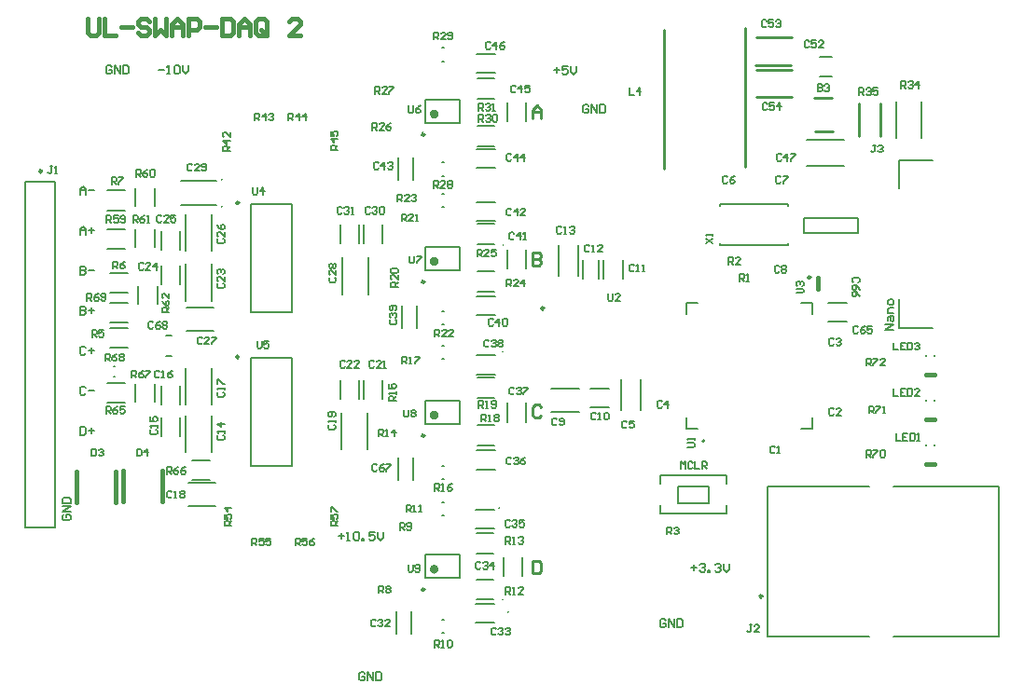
<source format=gto>
G04*
G04 #@! TF.GenerationSoftware,Altium Limited,Altium Designer,22.0.2 (36)*
G04*
G04 Layer_Color=65535*
%FSLAX24Y24*%
%MOIN*%
G70*
G04*
G04 #@! TF.SameCoordinates,DE06566D-9B10-4468-8ADE-4E205E6E5B4C*
G04*
G04*
G04 #@! TF.FilePolarity,Positive*
G04*
G01*
G75*
%ADD10C,0.0098*%
%ADD11C,0.0079*%
%ADD12C,0.0157*%
%ADD13C,0.0100*%
%ADD14C,0.0150*%
%ADD15C,0.0070*%
%ADD16C,0.0050*%
D10*
X40659Y13850D02*
G03*
X40659Y13850I-49J0D01*
G01*
X21947Y22411D02*
G03*
X21947Y22411I-49J0D01*
G01*
X14899Y29050D02*
G03*
X14899Y29050I-49J0D01*
G01*
X42380Y25258D02*
G03*
X42380Y25258I-49J0D01*
G01*
X28580Y25098D02*
G03*
X28580Y25098I-49J0D01*
G01*
X21947Y27919D02*
G03*
X21947Y27919I-49J0D01*
G01*
X28580Y19598D02*
G03*
X28580Y19598I-49J0D01*
G01*
Y14090D02*
G03*
X28580Y14090I-49J0D01*
G01*
Y30366D02*
G03*
X28580Y30366I-49J0D01*
G01*
D11*
X38583Y19402D02*
G03*
X38583Y19402I-39J0D01*
G01*
X21347Y27787D02*
G03*
X21347Y27787I-20J0D01*
G01*
Y28755D02*
G03*
X21347Y28755I-20J0D01*
G01*
X31563Y13288D02*
G03*
X31563Y13288I-20J0D01*
G01*
X31251Y17009D02*
G03*
X31251Y17009I-20J0D01*
G01*
X31361Y22594D02*
G03*
X31361Y22594I-20J0D01*
G01*
X31401Y26409D02*
G03*
X31401Y26409I-20J0D01*
G01*
X31361Y13728D02*
G03*
X31361Y13728I-20J0D01*
G01*
X17341Y24704D02*
X17971D01*
X17341Y25413D02*
X17971D01*
X18346Y24307D02*
Y24937D01*
X19054Y24307D02*
Y24937D01*
X20148Y17907D02*
X21097D01*
X20148Y17060D02*
X21097D01*
X20080Y24173D02*
X21030D01*
X20080Y23327D02*
X21030D01*
X46493Y22440D02*
Y22460D01*
X46807Y22440D02*
Y22460D01*
X17483Y22078D02*
X17502D01*
X17483Y21724D02*
X17502D01*
X17241Y20768D02*
X17871D01*
X17241Y21476D02*
X17871D01*
X17341Y22739D02*
X17971D01*
X17341Y23448D02*
X17971D01*
X19352Y22426D02*
X19548D01*
X19352Y23174D02*
X19548D01*
X20285Y17996D02*
X20915D01*
X20285Y18704D02*
X20915D01*
X26532Y19110D02*
Y20412D01*
X25605Y19110D02*
Y20412D01*
X45334Y17775D02*
X49098D01*
X45334Y12425D02*
X49098D01*
X40846Y17775D02*
X44468D01*
X40846Y12425D02*
X44468D01*
X49098D02*
Y17775D01*
X40846Y12425D02*
Y17775D01*
X26573Y24658D02*
Y25960D01*
X25646Y24658D02*
Y25960D01*
X25565Y26465D02*
Y27135D01*
X26235Y26465D02*
Y27135D01*
X20036Y26199D02*
Y27501D01*
X20964Y26199D02*
Y27501D01*
Y18999D02*
Y20301D01*
X20036Y18999D02*
Y20301D01*
Y20699D02*
Y22001D01*
X20964Y20699D02*
Y22001D01*
Y24424D02*
Y25726D01*
X20036Y24424D02*
Y25726D01*
X27085Y20915D02*
Y21585D01*
X26415Y20915D02*
Y21585D01*
X22371Y18514D02*
Y22372D01*
X23827Y18514D02*
Y22372D01*
X22371D02*
X23827D01*
X22371Y18514D02*
X23827D01*
X18954Y20807D02*
Y21437D01*
X18246Y20807D02*
Y21437D01*
X17241Y28366D02*
X17871D01*
X17241Y27657D02*
X17871D01*
X17241Y26988D02*
X17871D01*
X17241Y26280D02*
X17871D01*
X19165Y26226D02*
Y26895D01*
X19835Y26226D02*
Y26895D01*
X43015Y23665D02*
X43685D01*
X43015Y24335D02*
X43685D01*
X30487Y31649D02*
X31077D01*
X30487Y32378D02*
X31077D01*
X30487Y29949D02*
X31077D01*
X30487Y30678D02*
X31077D01*
X30487Y26435D02*
X31077D01*
X30487Y27164D02*
X31077D01*
X30487Y24735D02*
X31077D01*
X30487Y25464D02*
X31077D01*
X30487Y20952D02*
X31077D01*
X30487Y21680D02*
X31077D01*
X30487Y19252D02*
X31077D01*
X30487Y19980D02*
X31077D01*
X30455Y15376D02*
X31045D01*
X30455Y16104D02*
X31045D01*
X30455Y13726D02*
X31045D01*
X30455Y14454D02*
X31045D01*
X45455Y30249D02*
Y31551D01*
X46345Y30249D02*
Y31551D01*
X46807Y19240D02*
Y19260D01*
X46493Y19240D02*
Y19260D01*
X46807Y20840D02*
Y20860D01*
X46493Y20840D02*
Y20860D01*
X15381Y16319D02*
Y28681D01*
X14318Y16319D02*
X15381D01*
X14318D02*
Y28681D01*
X15381D01*
X17335Y24354D02*
X17965D01*
X17335Y23646D02*
X17965D01*
X18246Y27813D02*
Y28443D01*
X18954Y27813D02*
Y28443D01*
X18246Y26335D02*
Y26965D01*
X18954Y26335D02*
Y26965D01*
X19865Y28716D02*
X21130D01*
X19865Y27826D02*
X21130D01*
X42253Y30183D02*
X43557D01*
X42253Y29253D02*
X43557D01*
X42720Y33148D02*
X43153D01*
X42720Y32439D02*
X43153D01*
X42135Y26833D02*
X44065D01*
Y27367D01*
X42135D02*
X44065D01*
X42135Y26833D02*
Y27367D01*
X30415Y12915D02*
X31085D01*
X30415Y13585D02*
X31085D01*
X29830Y25511D02*
Y26338D01*
X28609Y25511D02*
Y26338D01*
X29830D01*
X28609Y25511D02*
X29830D01*
X22371Y24021D02*
Y27879D01*
X23827Y24021D02*
Y27879D01*
X22371D02*
X23827D01*
X22371Y24021D02*
X23827D01*
X27085Y26465D02*
Y27135D01*
X26415Y26465D02*
Y27135D01*
X19165Y25015D02*
Y25685D01*
X19835Y25015D02*
Y25685D01*
Y20699D02*
Y21368D01*
X19165Y20699D02*
Y21368D01*
Y19582D02*
Y20251D01*
X19835Y19582D02*
Y20251D01*
X25565Y20915D02*
Y21585D01*
X26235Y20915D02*
Y21585D01*
X27634Y28756D02*
Y29544D01*
X28166Y28756D02*
Y29544D01*
X28316Y23456D02*
Y24244D01*
X27784Y23456D02*
Y24244D01*
X28609Y20011D02*
X29830D01*
X28609Y20838D02*
X29830D01*
X28609Y20011D02*
Y20838D01*
X29830Y20011D02*
Y20838D01*
X30447Y18391D02*
X31117D01*
X30447Y19061D02*
X31117D01*
X28116Y12506D02*
Y13294D01*
X27584Y12506D02*
Y13294D01*
X29193Y18030D02*
X29271D01*
X29193Y18522D02*
X29271D01*
X30447Y29858D02*
X31117D01*
X30447Y29189D02*
X31117D01*
X30447Y24585D02*
X31117D01*
X30447Y23915D02*
X31117D01*
X33366Y25312D02*
Y26419D01*
X34080Y25312D02*
Y26419D01*
X33108Y20437D02*
X34092D01*
X33108Y21263D02*
X34092D01*
X29193Y24056D02*
X29271D01*
X29193Y23563D02*
X29271D01*
X31547Y20091D02*
Y20761D01*
X32217Y20091D02*
Y20761D01*
X29193Y22330D02*
X29271D01*
X29193Y22822D02*
X29271D01*
X32217Y30834D02*
Y31503D01*
X31547Y30834D02*
Y31503D01*
X32217Y25575D02*
Y26244D01*
X31547Y25575D02*
Y26244D01*
X34515Y21285D02*
X35185D01*
X34515Y20615D02*
X35185D01*
X39130Y27878D02*
X41570D01*
Y26422D02*
Y26491D01*
Y27809D02*
Y27878D01*
X39130Y26422D02*
X41570D01*
X39130D02*
Y26491D01*
Y27809D02*
Y27878D01*
X29192Y28256D02*
X29270D01*
X29192Y27763D02*
X29270D01*
X32085Y14565D02*
Y15235D01*
X31415Y14565D02*
Y15235D01*
X30447Y21791D02*
X31117D01*
X30447Y22461D02*
X31117D01*
X29193Y12530D02*
X29271D01*
X29193Y13022D02*
X29271D01*
X30447Y33258D02*
X31117D01*
X30447Y32589D02*
X31117D01*
X30447Y27944D02*
X31117D01*
X30447Y27275D02*
X31117D01*
X35657Y25215D02*
Y25885D01*
X34988Y25215D02*
Y25885D01*
X29193Y28877D02*
X29271D01*
X29193Y29370D02*
X29271D01*
X30415Y16265D02*
X31085D01*
X30415Y16935D02*
X31085D01*
X29193Y16730D02*
X29271D01*
X29193Y17222D02*
X29271D01*
X28166Y18006D02*
Y18794D01*
X27634Y18006D02*
Y18794D01*
X29830Y14503D02*
Y15330D01*
X28609Y14503D02*
Y15330D01*
X29830D01*
X28609Y14503D02*
X29830D01*
X28609Y30779D02*
X29830D01*
X28609Y31606D02*
X29830D01*
X28609Y30779D02*
Y31606D01*
X29830Y30779D02*
Y31606D01*
X34228Y25215D02*
Y25885D01*
X34818Y25215D02*
Y25885D01*
X35593Y20496D02*
Y21604D01*
X36307Y20496D02*
Y21604D01*
X29193Y33470D02*
X29271D01*
X29193Y32977D02*
X29271D01*
D12*
X29003Y25826D02*
G03*
X29003Y25826I-79J0D01*
G01*
Y20326D02*
G03*
X29003Y20326I-79J0D01*
G01*
Y14818D02*
G03*
X29003Y14818I-79J0D01*
G01*
Y31094D02*
G03*
X29003Y31094I-79J0D01*
G01*
X46493Y21771D02*
X46807D01*
X42640Y24843D02*
Y25257D01*
X46493Y18571D02*
X46807D01*
X46493Y20171D02*
X46807D01*
D13*
X32850Y24150D02*
G03*
X32850Y24150I-50J0D01*
G01*
X40414Y32852D02*
X41674D01*
X40433Y33827D02*
X41693D01*
X40436Y31709D02*
X41696D01*
X40456Y32684D02*
X41716D01*
X40045Y29223D02*
Y34173D01*
X37135Y29143D02*
Y34103D01*
X42520Y31674D02*
X43150D01*
X42550Y30466D02*
X43180D01*
X44116Y30296D02*
Y31477D01*
X44884Y30296D02*
Y31477D01*
X32450Y15125D02*
Y14675D01*
X32675D01*
X32750Y14750D01*
Y15050D01*
X32675Y15125D01*
X32450D01*
X32750Y20625D02*
X32675Y20700D01*
X32525D01*
X32450Y20625D01*
Y20325D01*
X32525Y20250D01*
X32675D01*
X32750Y20325D01*
X32450Y26134D02*
Y25685D01*
X32675D01*
X32750Y25760D01*
Y25834D01*
X32675Y25909D01*
X32450D01*
X32675D01*
X32750Y25984D01*
Y26059D01*
X32675Y26134D01*
X32450D01*
Y30944D02*
Y31244D01*
X32600Y31394D01*
X32750Y31244D01*
Y30944D01*
Y31169D01*
X32450D01*
D14*
X17550Y17215D02*
Y18315D01*
X16150Y17215D02*
Y18315D01*
X17800Y17250D02*
Y18350D01*
X19200Y17250D02*
Y18350D01*
X16550Y34500D02*
Y34000D01*
X16650Y33900D01*
X16850D01*
X16950Y34000D01*
Y34500D01*
X17150D02*
Y33900D01*
X17550D01*
X17750Y34200D02*
X18149D01*
X18749Y34400D02*
X18649Y34500D01*
X18449D01*
X18349Y34400D01*
Y34300D01*
X18449Y34200D01*
X18649D01*
X18749Y34100D01*
Y34000D01*
X18649Y33900D01*
X18449D01*
X18349Y34000D01*
X18949Y34500D02*
Y33900D01*
X19149Y34100D01*
X19349Y33900D01*
Y34500D01*
X19549Y33900D02*
Y34300D01*
X19749Y34500D01*
X19949Y34300D01*
Y33900D01*
Y34200D01*
X19549D01*
X20149Y33900D02*
Y34500D01*
X20449D01*
X20549Y34400D01*
Y34200D01*
X20449Y34100D01*
X20149D01*
X20749Y34200D02*
X21149D01*
X21348Y34500D02*
Y33900D01*
X21648D01*
X21748Y34000D01*
Y34400D01*
X21648Y34500D01*
X21348D01*
X21948Y33900D02*
Y34300D01*
X22148Y34500D01*
X22348Y34300D01*
Y33900D01*
Y34200D01*
X21948D01*
X22948Y34000D02*
Y34400D01*
X22848Y34500D01*
X22648D01*
X22548Y34400D01*
Y34000D01*
X22648Y33900D01*
X22848D01*
X22748Y34100D02*
X22948Y33900D01*
X22848D02*
X22948Y34000D01*
X24148Y33900D02*
X23748D01*
X24148Y34300D01*
Y34400D01*
X24048Y34500D01*
X23848D01*
X23748Y34400D01*
D15*
X45526Y28434D02*
Y29446D01*
Y23446D02*
Y24459D01*
Y23446D02*
X46726D01*
X45526Y29446D02*
X46726D01*
X37950Y19857D02*
X38344D01*
X42044Y24346D02*
X42438D01*
X37950Y19857D02*
Y20251D01*
X42438Y23952D02*
Y24346D01*
X37950Y23952D02*
Y24346D01*
X42438Y19857D02*
Y20251D01*
X37950Y24346D02*
X38344D01*
X42044Y19857D02*
X42438D01*
X16270Y19920D02*
Y19620D01*
X16420D01*
X16470Y19670D01*
Y19870D01*
X16420Y19920D01*
X16270D01*
X16570Y19770D02*
X16770D01*
X16670Y19870D02*
Y19670D01*
X16470Y22737D02*
X16420Y22787D01*
X16320D01*
X16270Y22737D01*
Y22537D01*
X16320Y22487D01*
X16420D01*
X16470Y22537D01*
X16570Y22637D02*
X16770D01*
X16670Y22737D02*
Y22537D01*
X16470Y21303D02*
X16420Y21353D01*
X16320D01*
X16270Y21303D01*
Y21103D01*
X16320Y21053D01*
X16420D01*
X16470Y21103D01*
X16570Y21203D02*
X16770D01*
X16270Y25653D02*
Y25353D01*
X16420D01*
X16470Y25403D01*
Y25453D01*
X16420Y25503D01*
X16270D01*
X16420D01*
X16470Y25553D01*
Y25603D01*
X16420Y25653D01*
X16270D01*
X16570Y25503D02*
X16770D01*
X16270Y24220D02*
Y23920D01*
X16420D01*
X16470Y23970D01*
Y24020D01*
X16420Y24070D01*
X16270D01*
X16420D01*
X16470Y24120D01*
Y24170D01*
X16420Y24220D01*
X16270D01*
X16570Y24070D02*
X16770D01*
X16670Y24170D02*
Y23970D01*
X16270Y26787D02*
Y26987D01*
X16370Y27087D01*
X16470Y26987D01*
Y26787D01*
Y26937D01*
X16270D01*
X16570D02*
X16770D01*
X16670Y27037D02*
Y26837D01*
X16270Y28220D02*
Y28420D01*
X16370Y28520D01*
X16470Y28420D01*
Y28220D01*
Y28370D01*
X16270D01*
X16570D02*
X16770D01*
X45356Y23366D02*
X45056D01*
X45356Y23566D01*
X45056D01*
X45156Y23716D02*
Y23816D01*
X45206Y23866D01*
X45356D01*
Y23716D01*
X45306Y23666D01*
X45256Y23716D01*
Y23866D01*
X45356Y23966D02*
X45156D01*
Y24116D01*
X45206Y24166D01*
X45356D01*
Y24316D02*
Y24416D01*
X45306Y24466D01*
X45206D01*
X45156Y24416D01*
Y24316D01*
X45206Y24266D01*
X45306D01*
X45356Y24316D01*
X37200Y12988D02*
X37150Y13038D01*
X37050D01*
X37000Y12988D01*
Y12788D01*
X37050Y12738D01*
X37150D01*
X37200Y12788D01*
Y12888D01*
X37100D01*
X37300Y12738D02*
Y13038D01*
X37500Y12738D01*
Y13038D01*
X37600D02*
Y12738D01*
X37750D01*
X37800Y12788D01*
Y12988D01*
X37750Y13038D01*
X37600D01*
X26450Y11088D02*
X26400Y11138D01*
X26300D01*
X26250Y11088D01*
Y10888D01*
X26300Y10838D01*
X26400D01*
X26450Y10888D01*
Y10988D01*
X26350D01*
X26550Y10838D02*
Y11138D01*
X26750Y10838D01*
Y11138D01*
X26850D02*
Y10838D01*
X27000D01*
X27050Y10888D01*
Y11088D01*
X27000Y11138D01*
X26850D01*
X34450Y31388D02*
X34400Y31438D01*
X34300D01*
X34250Y31388D01*
Y31188D01*
X34300Y31138D01*
X34400D01*
X34450Y31188D01*
Y31288D01*
X34350D01*
X34550Y31138D02*
Y31438D01*
X34750Y31138D01*
Y31438D01*
X34850D02*
Y31138D01*
X35000D01*
X35050Y31188D01*
Y31388D01*
X35000Y31438D01*
X34850D01*
X17400Y32788D02*
X17350Y32838D01*
X17250D01*
X17200Y32788D01*
Y32588D01*
X17250Y32538D01*
X17350D01*
X17400Y32588D01*
Y32688D01*
X17300D01*
X17500Y32538D02*
Y32838D01*
X17700Y32538D01*
Y32838D01*
X17800D02*
Y32538D01*
X17950D01*
X18000Y32588D01*
Y32788D01*
X17950Y32838D01*
X17800D01*
X19075Y32688D02*
X19275D01*
X19375Y32538D02*
X19475D01*
X19425D01*
Y32838D01*
X19375Y32788D01*
X19625D02*
X19675Y32838D01*
X19775D01*
X19825Y32788D01*
Y32588D01*
X19775Y32538D01*
X19675D01*
X19625Y32588D01*
Y32788D01*
X19925Y32838D02*
Y32638D01*
X20025Y32538D01*
X20125Y32638D01*
Y32838D01*
X33192Y32667D02*
X33392D01*
X33292Y32767D02*
Y32567D01*
X33692Y32817D02*
X33492D01*
Y32667D01*
X33592Y32717D01*
X33642D01*
X33692Y32667D01*
Y32567D01*
X33642Y32517D01*
X33542D01*
X33492Y32567D01*
X33792Y32817D02*
Y32617D01*
X33892Y32517D01*
X33992Y32617D01*
Y32817D01*
X25500Y16000D02*
X25700D01*
X25600Y16100D02*
Y15900D01*
X25800Y15850D02*
X25900D01*
X25850D01*
Y16150D01*
X25800Y16100D01*
X26050D02*
X26100Y16150D01*
X26200D01*
X26250Y16100D01*
Y15900D01*
X26200Y15850D01*
X26100D01*
X26050Y15900D01*
Y16100D01*
X26350Y15850D02*
Y15900D01*
X26400D01*
Y15850D01*
X26350D01*
X26800Y16150D02*
X26600D01*
Y16000D01*
X26700Y16050D01*
X26750D01*
X26800Y16000D01*
Y15900D01*
X26750Y15850D01*
X26650D01*
X26600Y15900D01*
X26900Y16150D02*
Y15950D01*
X27000Y15850D01*
X27100Y15950D01*
Y16150D01*
X15680Y16770D02*
X15630Y16720D01*
Y16620D01*
X15680Y16570D01*
X15880D01*
X15930Y16620D01*
Y16720D01*
X15880Y16770D01*
X15780D01*
Y16670D01*
X15930Y16870D02*
X15630D01*
X15930Y17070D01*
X15630D01*
Y17170D02*
X15930D01*
Y17320D01*
X15880Y17370D01*
X15680D01*
X15630Y17320D01*
Y17170D01*
X38117Y14867D02*
X38317D01*
X38217Y14967D02*
Y14767D01*
X38417Y14967D02*
X38467Y15017D01*
X38567D01*
X38617Y14967D01*
Y14917D01*
X38567Y14867D01*
X38517D01*
X38567D01*
X38617Y14817D01*
Y14767D01*
X38567Y14717D01*
X38467D01*
X38417Y14767D01*
X38717Y14717D02*
Y14767D01*
X38767D01*
Y14717D01*
X38717D01*
X38967Y14967D02*
X39017Y15017D01*
X39117D01*
X39167Y14967D01*
Y14917D01*
X39117Y14867D01*
X39067D01*
X39117D01*
X39167Y14817D01*
Y14767D01*
X39117Y14717D01*
X39017D01*
X38967Y14767D01*
X39267Y15017D02*
Y14817D01*
X39367Y14717D01*
X39467Y14817D01*
Y15017D01*
D16*
X37019Y16797D02*
Y17092D01*
Y17880D02*
Y18175D01*
X39381Y17880D02*
Y18175D01*
Y16797D02*
Y17092D01*
X37649Y17191D02*
X38751D01*
X37649D02*
Y17781D01*
X38751D01*
Y17191D02*
Y17781D01*
X37019Y16797D02*
X39381D01*
X37019Y18175D02*
X39381D01*
X16681Y19125D02*
Y18875D01*
X16806D01*
X16848Y18917D01*
Y19083D01*
X16806Y19125D01*
X16681D01*
X16931Y19083D02*
X16973Y19125D01*
X17056D01*
X17098Y19083D01*
Y19042D01*
X17056Y19000D01*
X17014D01*
X17056D01*
X17098Y18958D01*
Y18917D01*
X17056Y18875D01*
X16973D01*
X16931Y18917D01*
X44707Y29980D02*
X44623D01*
X44665D01*
Y29772D01*
X44623Y29730D01*
X44582D01*
X44540Y29772D01*
X44790Y29938D02*
X44832Y29980D01*
X44915D01*
X44957Y29938D01*
Y29897D01*
X44915Y29855D01*
X44873D01*
X44915D01*
X44957Y29813D01*
Y29772D01*
X44915Y29730D01*
X44832D01*
X44790Y29772D01*
X17167Y22275D02*
Y22525D01*
X17292D01*
X17333Y22483D01*
Y22400D01*
X17292Y22358D01*
X17167D01*
X17250D02*
X17333Y22275D01*
X17583Y22525D02*
X17500Y22483D01*
X17417Y22400D01*
Y22317D01*
X17458Y22275D01*
X17542D01*
X17583Y22317D01*
Y22358D01*
X17542Y22400D01*
X17417D01*
X17667Y22483D02*
X17708Y22525D01*
X17792D01*
X17833Y22483D01*
Y22442D01*
X17792Y22400D01*
X17833Y22358D01*
Y22317D01*
X17792Y22275D01*
X17708D01*
X17667Y22317D01*
Y22358D01*
X17708Y22400D01*
X17667Y22442D01*
Y22483D01*
X17708Y22400D02*
X17792D01*
X18883Y23633D02*
X18842Y23675D01*
X18758D01*
X18717Y23633D01*
Y23467D01*
X18758Y23425D01*
X18842D01*
X18883Y23467D01*
X19133Y23675D02*
X19050Y23633D01*
X18967Y23550D01*
Y23467D01*
X19008Y23425D01*
X19092D01*
X19133Y23467D01*
Y23508D01*
X19092Y23550D01*
X18967D01*
X19217Y23633D02*
X19258Y23675D01*
X19342D01*
X19383Y23633D01*
Y23592D01*
X19342Y23550D01*
X19383Y23508D01*
Y23467D01*
X19342Y23425D01*
X19258D01*
X19217Y23467D01*
Y23508D01*
X19258Y23550D01*
X19217Y23592D01*
Y23633D01*
X19258Y23550D02*
X19342D01*
X18292Y19125D02*
Y18875D01*
X18417D01*
X18458Y18917D01*
Y19083D01*
X18417Y19125D01*
X18292D01*
X18667Y18875D02*
Y19125D01*
X18542Y19000D01*
X18708D01*
X25210Y25258D02*
X25168Y25216D01*
Y25133D01*
X25210Y25091D01*
X25376D01*
X25418Y25133D01*
Y25216D01*
X25376Y25258D01*
X25418Y25507D02*
Y25341D01*
X25251Y25507D01*
X25210D01*
X25168Y25466D01*
Y25382D01*
X25210Y25341D01*
Y25591D02*
X25168Y25632D01*
Y25716D01*
X25210Y25757D01*
X25251D01*
X25293Y25716D01*
X25335Y25757D01*
X25376D01*
X25418Y25716D01*
Y25632D01*
X25376Y25591D01*
X25335D01*
X25293Y25632D01*
X25251Y25591D01*
X25210D01*
X25293Y25632D02*
Y25716D01*
X25189Y19988D02*
X25147Y19946D01*
Y19863D01*
X25189Y19821D01*
X25355D01*
X25397Y19863D01*
Y19946D01*
X25355Y19988D01*
X25397Y20071D02*
Y20154D01*
Y20113D01*
X25147D01*
X25189Y20071D01*
X25355Y20279D02*
X25397Y20321D01*
Y20404D01*
X25355Y20446D01*
X25189D01*
X25147Y20404D01*
Y20321D01*
X25189Y20279D01*
X25230D01*
X25272Y20321D01*
Y20446D01*
X21217Y26633D02*
X21175Y26592D01*
Y26508D01*
X21217Y26467D01*
X21383D01*
X21425Y26508D01*
Y26592D01*
X21383Y26633D01*
X21425Y26883D02*
Y26717D01*
X21258Y26883D01*
X21217D01*
X21175Y26842D01*
Y26758D01*
X21217Y26717D01*
X21175Y27133D02*
X21217Y27050D01*
X21300Y26967D01*
X21383D01*
X21425Y27008D01*
Y27092D01*
X21383Y27133D01*
X21342D01*
X21300Y27092D01*
Y26967D01*
X21217Y21154D02*
X21175Y21113D01*
Y21029D01*
X21217Y20988D01*
X21383D01*
X21425Y21029D01*
Y21113D01*
X21383Y21154D01*
X21425Y21238D02*
Y21321D01*
Y21279D01*
X21175D01*
X21217Y21238D01*
X21175Y21446D02*
Y21612D01*
X21217D01*
X21383Y21446D01*
X21425D01*
X21217Y19604D02*
X21175Y19563D01*
Y19479D01*
X21217Y19438D01*
X21383D01*
X21425Y19479D01*
Y19563D01*
X21383Y19604D01*
X21425Y19688D02*
Y19771D01*
Y19729D01*
X21175D01*
X21217Y19688D01*
X21425Y20021D02*
X21175D01*
X21300Y19896D01*
Y20062D01*
X21217Y25033D02*
X21175Y24992D01*
Y24908D01*
X21217Y24867D01*
X21383D01*
X21425Y24908D01*
Y24992D01*
X21383Y25033D01*
X21425Y25283D02*
Y25117D01*
X21258Y25283D01*
X21217D01*
X21175Y25242D01*
Y25158D01*
X21217Y25117D01*
Y25367D02*
X21175Y25408D01*
Y25492D01*
X21217Y25533D01*
X21258D01*
X21300Y25492D01*
Y25450D01*
Y25492D01*
X21342Y25533D01*
X21383D01*
X21425Y25492D01*
Y25408D01*
X21383Y25367D01*
X22592Y22975D02*
Y22767D01*
X22633Y22725D01*
X22717D01*
X22758Y22767D01*
Y22975D01*
X23008D02*
X22842D01*
Y22850D01*
X22925Y22892D01*
X22967D01*
X23008Y22850D01*
Y22767D01*
X22967Y22725D01*
X22883D01*
X22842Y22767D01*
X40830Y31450D02*
X40789Y31492D01*
X40705D01*
X40664Y31450D01*
Y31283D01*
X40705Y31242D01*
X40789D01*
X40830Y31283D01*
X41080Y31492D02*
X40913D01*
Y31367D01*
X40997Y31408D01*
X41038D01*
X41080Y31367D01*
Y31283D01*
X41038Y31242D01*
X40955D01*
X40913Y31283D01*
X41288Y31242D02*
Y31492D01*
X41163Y31367D01*
X41330D01*
X40805Y34418D02*
X40764Y34460D01*
X40680D01*
X40639Y34418D01*
Y34251D01*
X40680Y34210D01*
X40764D01*
X40805Y34251D01*
X41055Y34460D02*
X40889D01*
Y34335D01*
X40972Y34376D01*
X41014D01*
X41055Y34335D01*
Y34251D01*
X41014Y34210D01*
X40930D01*
X40889Y34251D01*
X41139Y34418D02*
X41180Y34460D01*
X41264D01*
X41305Y34418D01*
Y34376D01*
X41264Y34335D01*
X41222D01*
X41264D01*
X41305Y34293D01*
Y34251D01*
X41264Y34210D01*
X41180D01*
X41139Y34251D01*
X35907Y32028D02*
Y31778D01*
X36073D01*
X36281D02*
Y32028D01*
X36157Y31903D01*
X36323D01*
X44367Y22100D02*
Y22350D01*
X44492D01*
X44533Y22308D01*
Y22225D01*
X44492Y22184D01*
X44367D01*
X44450D02*
X44533Y22100D01*
X44617Y22350D02*
X44783D01*
Y22308D01*
X44617Y22142D01*
Y22100D01*
X45033D02*
X44867D01*
X45033Y22267D01*
Y22308D01*
X44992Y22350D01*
X44908D01*
X44867Y22308D01*
X44458Y20400D02*
Y20650D01*
X44583D01*
X44625Y20608D01*
Y20525D01*
X44583Y20484D01*
X44458D01*
X44542D02*
X44625Y20400D01*
X44708Y20650D02*
X44875D01*
Y20608D01*
X44708Y20442D01*
Y20400D01*
X44958D02*
X45042D01*
X45000D01*
Y20650D01*
X44958Y20608D01*
X44367Y18825D02*
Y19075D01*
X44492D01*
X44533Y19033D01*
Y18950D01*
X44492Y18908D01*
X44367D01*
X44450D02*
X44533Y18825D01*
X44617Y19075D02*
X44783D01*
Y19033D01*
X44617Y18867D01*
Y18825D01*
X44867Y19033D02*
X44908Y19075D01*
X44992D01*
X45033Y19033D01*
Y18867D01*
X44992Y18825D01*
X44908D01*
X44867Y18867D01*
Y19033D01*
X45342Y22925D02*
Y22675D01*
X45508D01*
X45758Y22925D02*
X45592D01*
Y22675D01*
X45758D01*
X45592Y22800D02*
X45675D01*
X45842Y22925D02*
Y22675D01*
X45967D01*
X46008Y22717D01*
Y22883D01*
X45967Y22925D01*
X45842D01*
X46092Y22883D02*
X46133Y22925D01*
X46217D01*
X46258Y22883D01*
Y22842D01*
X46217Y22800D01*
X46175D01*
X46217D01*
X46258Y22758D01*
Y22717D01*
X46217Y22675D01*
X46133D01*
X46092Y22717D01*
X45342Y21275D02*
Y21025D01*
X45508D01*
X45758Y21275D02*
X45592D01*
Y21025D01*
X45758D01*
X45592Y21150D02*
X45675D01*
X45842Y21275D02*
Y21025D01*
X45967D01*
X46008Y21067D01*
Y21233D01*
X45967Y21275D01*
X45842D01*
X46258Y21025D02*
X46092D01*
X46258Y21192D01*
Y21233D01*
X46217Y21275D01*
X46133D01*
X46092Y21233D01*
X45433Y19675D02*
Y19425D01*
X45600D01*
X45850Y19675D02*
X45683D01*
Y19425D01*
X45850D01*
X45683Y19550D02*
X45767D01*
X45933Y19675D02*
Y19425D01*
X46058D01*
X46100Y19467D01*
Y19633D01*
X46058Y19675D01*
X45933D01*
X46183Y19425D02*
X46267D01*
X46225D01*
Y19675D01*
X46183Y19633D01*
X15288Y29229D02*
X15204D01*
X15246D01*
Y29020D01*
X15204Y28979D01*
X15163D01*
X15121Y29020D01*
X15371Y28979D02*
X15454D01*
X15413D01*
Y29229D01*
X15371Y29187D01*
X16517Y24425D02*
Y24675D01*
X16642D01*
X16683Y24633D01*
Y24550D01*
X16642Y24508D01*
X16517D01*
X16600D02*
X16683Y24425D01*
X16933Y24675D02*
X16850Y24633D01*
X16767Y24550D01*
Y24467D01*
X16808Y24425D01*
X16892D01*
X16933Y24467D01*
Y24508D01*
X16892Y24550D01*
X16767D01*
X17017Y24467D02*
X17058Y24425D01*
X17142D01*
X17183Y24467D01*
Y24633D01*
X17142Y24675D01*
X17058D01*
X17017Y24633D01*
Y24592D01*
X17058Y24550D01*
X17183D01*
X18117Y21675D02*
Y21925D01*
X18242D01*
X18283Y21883D01*
Y21800D01*
X18242Y21758D01*
X18117D01*
X18200D02*
X18283Y21675D01*
X18533Y21925D02*
X18450Y21883D01*
X18367Y21800D01*
Y21717D01*
X18408Y21675D01*
X18492D01*
X18533Y21717D01*
Y21758D01*
X18492Y21800D01*
X18367D01*
X18617Y21925D02*
X18783D01*
Y21883D01*
X18617Y21717D01*
Y21675D01*
X19367Y18225D02*
Y18475D01*
X19492D01*
X19533Y18433D01*
Y18350D01*
X19492Y18308D01*
X19367D01*
X19450D02*
X19533Y18225D01*
X19783Y18475D02*
X19700Y18433D01*
X19617Y18350D01*
Y18267D01*
X19658Y18225D01*
X19742D01*
X19783Y18267D01*
Y18308D01*
X19742Y18350D01*
X19617D01*
X20033Y18475D02*
X19950Y18433D01*
X19867Y18350D01*
Y18267D01*
X19908Y18225D01*
X19992D01*
X20033Y18267D01*
Y18308D01*
X19992Y18350D01*
X19867D01*
X17192Y20385D02*
Y20634D01*
X17317D01*
X17358Y20593D01*
Y20510D01*
X17317Y20468D01*
X17192D01*
X17275D02*
X17358Y20385D01*
X17608Y20634D02*
X17525Y20593D01*
X17442Y20510D01*
Y20426D01*
X17483Y20385D01*
X17566D01*
X17608Y20426D01*
Y20468D01*
X17566Y20510D01*
X17442D01*
X17858Y20634D02*
X17691D01*
Y20510D01*
X17775Y20551D01*
X17816D01*
X17858Y20510D01*
Y20426D01*
X17816Y20385D01*
X17733D01*
X17691Y20426D01*
X18267Y28853D02*
Y29103D01*
X18392D01*
X18433Y29061D01*
Y28978D01*
X18392Y28936D01*
X18267D01*
X18350D02*
X18433Y28853D01*
X18683Y29103D02*
X18600Y29061D01*
X18517Y28978D01*
Y28895D01*
X18558Y28853D01*
X18642D01*
X18683Y28895D01*
Y28936D01*
X18642Y28978D01*
X18517D01*
X18767Y29061D02*
X18808Y29103D01*
X18892D01*
X18933Y29061D01*
Y28895D01*
X18892Y28853D01*
X18808D01*
X18767Y28895D01*
Y29061D01*
X19454Y24004D02*
X19204D01*
Y24129D01*
X19246Y24171D01*
X19329D01*
X19371Y24129D01*
Y24004D01*
Y24088D02*
X19454Y24171D01*
X19204Y24421D02*
X19246Y24337D01*
X19329Y24254D01*
X19412D01*
X19454Y24296D01*
Y24379D01*
X19412Y24421D01*
X19371D01*
X19329Y24379D01*
Y24254D01*
X19454Y24671D02*
Y24504D01*
X19287Y24671D01*
X19246D01*
X19204Y24629D01*
Y24546D01*
X19246Y24504D01*
X18158Y27225D02*
Y27475D01*
X18283D01*
X18325Y27433D01*
Y27350D01*
X18283Y27308D01*
X18158D01*
X18242D02*
X18325Y27225D01*
X18575Y27475D02*
X18492Y27433D01*
X18408Y27350D01*
Y27267D01*
X18450Y27225D01*
X18533D01*
X18575Y27267D01*
Y27308D01*
X18533Y27350D01*
X18408D01*
X18658Y27225D02*
X18742D01*
X18700D01*
Y27475D01*
X18658Y27433D01*
X17223Y27209D02*
Y27459D01*
X17348D01*
X17389Y27417D01*
Y27334D01*
X17348Y27292D01*
X17223D01*
X17306D02*
X17389Y27209D01*
X17639Y27459D02*
X17473D01*
Y27334D01*
X17556Y27376D01*
X17598D01*
X17639Y27334D01*
Y27251D01*
X17598Y27209D01*
X17514D01*
X17473Y27251D01*
X17723D02*
X17764Y27209D01*
X17848D01*
X17889Y27251D01*
Y27417D01*
X17848Y27459D01*
X17764D01*
X17723Y27417D01*
Y27376D01*
X17764Y27334D01*
X17889D01*
X25475Y16367D02*
X25225D01*
Y16492D01*
X25267Y16533D01*
X25350D01*
X25392Y16492D01*
Y16367D01*
Y16450D02*
X25475Y16533D01*
X25225Y16783D02*
Y16617D01*
X25350D01*
X25308Y16700D01*
Y16742D01*
X25350Y16783D01*
X25433D01*
X25475Y16742D01*
Y16658D01*
X25433Y16617D01*
X25225Y16867D02*
Y17033D01*
X25267D01*
X25433Y16867D01*
X25475D01*
X23967Y15675D02*
Y15925D01*
X24092D01*
X24133Y15883D01*
Y15800D01*
X24092Y15758D01*
X23967D01*
X24050D02*
X24133Y15675D01*
X24383Y15925D02*
X24217D01*
Y15800D01*
X24300Y15842D01*
X24342D01*
X24383Y15800D01*
Y15717D01*
X24342Y15675D01*
X24258D01*
X24217Y15717D01*
X24633Y15925D02*
X24550Y15883D01*
X24467Y15800D01*
Y15717D01*
X24508Y15675D01*
X24592D01*
X24633Y15717D01*
Y15758D01*
X24592Y15800D01*
X24467D01*
X22417Y15675D02*
Y15925D01*
X22542D01*
X22583Y15883D01*
Y15800D01*
X22542Y15758D01*
X22417D01*
X22500D02*
X22583Y15675D01*
X22833Y15925D02*
X22667D01*
Y15800D01*
X22750Y15842D01*
X22792D01*
X22833Y15800D01*
Y15717D01*
X22792Y15675D01*
X22708D01*
X22667Y15717D01*
X23083Y15925D02*
X22917D01*
Y15800D01*
X23000Y15842D01*
X23042D01*
X23083Y15800D01*
Y15717D01*
X23042Y15675D01*
X22958D01*
X22917Y15717D01*
X21675Y16367D02*
X21425D01*
Y16492D01*
X21467Y16533D01*
X21550D01*
X21592Y16492D01*
Y16367D01*
Y16450D02*
X21675Y16533D01*
X21425Y16783D02*
Y16617D01*
X21550D01*
X21508Y16700D01*
Y16742D01*
X21550Y16783D01*
X21633D01*
X21675Y16742D01*
Y16658D01*
X21633Y16617D01*
X21675Y16992D02*
X21425D01*
X21550Y16867D01*
Y17033D01*
X25475Y29817D02*
X25225D01*
Y29942D01*
X25267Y29983D01*
X25350D01*
X25392Y29942D01*
Y29817D01*
Y29900D02*
X25475Y29983D01*
Y30192D02*
X25225D01*
X25350Y30067D01*
Y30233D01*
X25225Y30483D02*
Y30317D01*
X25350D01*
X25308Y30400D01*
Y30442D01*
X25350Y30483D01*
X25433D01*
X25475Y30442D01*
Y30358D01*
X25433Y30317D01*
X23717Y30875D02*
Y31125D01*
X23842D01*
X23883Y31083D01*
Y31000D01*
X23842Y30958D01*
X23717D01*
X23800D02*
X23883Y30875D01*
X24092D02*
Y31125D01*
X23967Y31000D01*
X24133D01*
X24342Y30875D02*
Y31125D01*
X24217Y31000D01*
X24383D01*
X22517Y30875D02*
Y31125D01*
X22642D01*
X22683Y31083D01*
Y31000D01*
X22642Y30958D01*
X22517D01*
X22600D02*
X22683Y30875D01*
X22892D02*
Y31125D01*
X22767Y31000D01*
X22933D01*
X23017Y31083D02*
X23058Y31125D01*
X23142D01*
X23183Y31083D01*
Y31042D01*
X23142Y31000D01*
X23100D01*
X23142D01*
X23183Y30958D01*
Y30917D01*
X23142Y30875D01*
X23058D01*
X23017Y30917D01*
X21625Y29767D02*
X21375D01*
Y29892D01*
X21417Y29933D01*
X21500D01*
X21542Y29892D01*
Y29767D01*
Y29850D02*
X21625Y29933D01*
Y30142D02*
X21375D01*
X21500Y30017D01*
Y30183D01*
X21625Y30433D02*
Y30267D01*
X21458Y30433D01*
X21417D01*
X21375Y30392D01*
Y30308D01*
X21417Y30267D01*
X41333Y29633D02*
X41292Y29675D01*
X41208D01*
X41167Y29633D01*
Y29467D01*
X41208Y29425D01*
X41292D01*
X41333Y29467D01*
X41542Y29425D02*
Y29675D01*
X41417Y29550D01*
X41583D01*
X41667Y29675D02*
X41833D01*
Y29633D01*
X41667Y29467D01*
Y29425D01*
X42630Y32162D02*
Y31912D01*
X42755D01*
X42797Y31954D01*
Y31995D01*
X42755Y32037D01*
X42630D01*
X42755D01*
X42797Y32079D01*
Y32120D01*
X42755Y32162D01*
X42630D01*
X42880Y32120D02*
X42922Y32162D01*
X43005D01*
X43047Y32120D01*
Y32079D01*
X43005Y32037D01*
X42963D01*
X43005D01*
X43047Y31995D01*
Y31954D01*
X43005Y31912D01*
X42922D01*
X42880Y31954D01*
X35142Y24675D02*
Y24467D01*
X35183Y24425D01*
X35267D01*
X35308Y24467D01*
Y24675D01*
X35558Y24425D02*
X35392D01*
X35558Y24592D01*
Y24633D01*
X35517Y24675D01*
X35433D01*
X35392Y24633D01*
X33477Y27033D02*
X33435Y27075D01*
X33352D01*
X33310Y27033D01*
Y26867D01*
X33352Y26825D01*
X33435D01*
X33477Y26867D01*
X33560Y26825D02*
X33644D01*
X33602D01*
Y27075D01*
X33560Y27033D01*
X33769D02*
X33810Y27075D01*
X33894D01*
X33935Y27033D01*
Y26992D01*
X33894Y26950D01*
X33852D01*
X33894D01*
X33935Y26908D01*
Y26867D01*
X33894Y26825D01*
X33810D01*
X33769Y26867D01*
X34477Y26383D02*
X34435Y26425D01*
X34352D01*
X34310Y26383D01*
Y26217D01*
X34352Y26175D01*
X34435D01*
X34477Y26217D01*
X34560Y26175D02*
X34644D01*
X34602D01*
Y26425D01*
X34560Y26383D01*
X34935Y26175D02*
X34769D01*
X34935Y26342D01*
Y26383D01*
X34894Y26425D01*
X34810D01*
X34769Y26383D01*
X36069Y25683D02*
X36027Y25725D01*
X35944D01*
X35902Y25683D01*
Y25517D01*
X35944Y25475D01*
X36027D01*
X36069Y25517D01*
X36152Y25475D02*
X36235D01*
X36194D01*
Y25725D01*
X36152Y25683D01*
X36360Y25475D02*
X36444D01*
X36402D01*
Y25725D01*
X36360Y25683D01*
X34704Y20383D02*
X34663Y20425D01*
X34579D01*
X34538Y20383D01*
Y20217D01*
X34579Y20175D01*
X34663D01*
X34704Y20217D01*
X34788Y20175D02*
X34871D01*
X34829D01*
Y20425D01*
X34788Y20383D01*
X34996D02*
X35037Y20425D01*
X35121D01*
X35162Y20383D01*
Y20217D01*
X35121Y20175D01*
X35037D01*
X34996Y20217D01*
Y20383D01*
X33308Y20183D02*
X33267Y20225D01*
X33183D01*
X33142Y20183D01*
Y20017D01*
X33183Y19975D01*
X33267D01*
X33308Y20017D01*
X33392D02*
X33433Y19975D01*
X33517D01*
X33558Y20017D01*
Y20183D01*
X33517Y20225D01*
X33433D01*
X33392Y20183D01*
Y20142D01*
X33433Y20100D01*
X33558D01*
X35808Y20083D02*
X35767Y20125D01*
X35683D01*
X35642Y20083D01*
Y19917D01*
X35683Y19875D01*
X35767D01*
X35808Y19917D01*
X36058Y20125D02*
X35892D01*
Y20000D01*
X35975Y20042D01*
X36017D01*
X36058Y20000D01*
Y19917D01*
X36017Y19875D01*
X35933D01*
X35892Y19917D01*
X37071Y20795D02*
X37029Y20837D01*
X36946D01*
X36904Y20795D01*
Y20628D01*
X36946Y20587D01*
X37029D01*
X37071Y20628D01*
X37279Y20587D02*
Y20837D01*
X37154Y20712D01*
X37321D01*
X41875Y24692D02*
X42083D01*
X42125Y24733D01*
Y24817D01*
X42083Y24858D01*
X41875D01*
X41917Y24942D02*
X41875Y24983D01*
Y25067D01*
X41917Y25108D01*
X41958D01*
X42000Y25067D01*
Y25025D01*
Y25067D01*
X42042Y25108D01*
X42083D01*
X42125Y25067D01*
Y24983D01*
X42083Y24942D01*
X44083Y25067D02*
X44125Y25108D01*
Y25192D01*
X44083Y25233D01*
X43917D01*
X43875Y25192D01*
Y25108D01*
X43917Y25067D01*
X44125Y24817D02*
X44083Y24900D01*
X44000Y24983D01*
X43917D01*
X43875Y24942D01*
Y24858D01*
X43917Y24817D01*
X43958D01*
X44000Y24858D01*
Y24983D01*
X44125Y24567D02*
X44083Y24650D01*
X44000Y24733D01*
X43917D01*
X43875Y24692D01*
Y24608D01*
X43917Y24567D01*
X43958D01*
X44000Y24608D01*
Y24733D01*
X44074Y23464D02*
X44033Y23506D01*
X43949D01*
X43908Y23464D01*
Y23298D01*
X43949Y23256D01*
X44033D01*
X44074Y23298D01*
X44324Y23506D02*
X44241Y23464D01*
X44158Y23381D01*
Y23298D01*
X44199Y23256D01*
X44283D01*
X44324Y23298D01*
Y23339D01*
X44283Y23381D01*
X44158D01*
X44574Y23506D02*
X44408D01*
Y23381D01*
X44491Y23423D01*
X44533D01*
X44574Y23381D01*
Y23298D01*
X44533Y23256D01*
X44449D01*
X44408Y23298D01*
X41100Y19183D02*
X41058Y19225D01*
X40975D01*
X40933Y19183D01*
Y19017D01*
X40975Y18975D01*
X41058D01*
X41100Y19017D01*
X41183Y18975D02*
X41267D01*
X41225D01*
Y19225D01*
X41183Y19183D01*
X37975Y19183D02*
X38183D01*
X38225Y19225D01*
Y19308D01*
X38183Y19350D01*
X37975D01*
X38225Y19433D02*
Y19517D01*
Y19475D01*
X37975D01*
X38017Y19433D01*
X27992Y14975D02*
Y14767D01*
X28033Y14725D01*
X28117D01*
X28158Y14767D01*
Y14975D01*
X28242Y14767D02*
X28283Y14725D01*
X28367D01*
X28408Y14767D01*
Y14933D01*
X28367Y14975D01*
X28283D01*
X28242Y14933D01*
Y14892D01*
X28283Y14850D01*
X28408D01*
X27842Y20525D02*
Y20317D01*
X27883Y20275D01*
X27967D01*
X28008Y20317D01*
Y20525D01*
X28092Y20483D02*
X28133Y20525D01*
X28217D01*
X28258Y20483D01*
Y20442D01*
X28217Y20400D01*
X28258Y20358D01*
Y20317D01*
X28217Y20275D01*
X28133D01*
X28092Y20317D01*
Y20358D01*
X28133Y20400D01*
X28092Y20442D01*
Y20483D01*
X28133Y20400D02*
X28217D01*
X22442Y28475D02*
Y28267D01*
X22483Y28225D01*
X22567D01*
X22608Y28267D01*
Y28475D01*
X22817Y28225D02*
Y28475D01*
X22692Y28350D01*
X22858D01*
X28042Y26025D02*
Y25817D01*
X28083Y25775D01*
X28167D01*
X28208Y25817D01*
Y26025D01*
X28292D02*
X28458D01*
Y25983D01*
X28292Y25817D01*
Y25775D01*
X28014Y31398D02*
Y31190D01*
X28056Y31149D01*
X28139D01*
X28180Y31190D01*
Y31398D01*
X28430D02*
X28347Y31357D01*
X28264Y31273D01*
Y31190D01*
X28305Y31149D01*
X28389D01*
X28430Y31190D01*
Y31232D01*
X28389Y31273D01*
X28264D01*
X40275Y12827D02*
X40192Y12826D01*
X40233Y12826D01*
X40235Y12618D01*
X40193Y12576D01*
X40152Y12576D01*
X40110Y12617D01*
X40526Y12578D02*
X40360Y12577D01*
X40525Y12745D01*
X40525Y12786D01*
X40483Y12828D01*
X40400Y12827D01*
X40359Y12786D01*
X38625Y26483D02*
X38875Y26650D01*
X38625D02*
X38875Y26483D01*
Y26733D02*
Y26817D01*
Y26775D01*
X38625D01*
X38667Y26733D01*
X44120Y31780D02*
Y32030D01*
X44245D01*
X44287Y31988D01*
Y31905D01*
X44245Y31863D01*
X44120D01*
X44203D02*
X44287Y31780D01*
X44370Y31988D02*
X44412Y32030D01*
X44495D01*
X44537Y31988D01*
Y31947D01*
X44495Y31905D01*
X44453D01*
X44495D01*
X44537Y31863D01*
Y31822D01*
X44495Y31780D01*
X44412D01*
X44370Y31822D01*
X44786Y32030D02*
X44620D01*
Y31905D01*
X44703Y31947D01*
X44745D01*
X44786Y31905D01*
Y31822D01*
X44745Y31780D01*
X44661D01*
X44620Y31822D01*
X45617Y32025D02*
Y32275D01*
X45742D01*
X45783Y32233D01*
Y32150D01*
X45742Y32108D01*
X45617D01*
X45700D02*
X45783Y32025D01*
X45867Y32233D02*
X45908Y32275D01*
X45992D01*
X46033Y32233D01*
Y32192D01*
X45992Y32150D01*
X45950D01*
X45992D01*
X46033Y32108D01*
Y32067D01*
X45992Y32025D01*
X45908D01*
X45867Y32067D01*
X46242Y32025D02*
Y32275D01*
X46117Y32150D01*
X46283D01*
X30508Y31225D02*
Y31475D01*
X30633D01*
X30675Y31433D01*
Y31350D01*
X30633Y31308D01*
X30508D01*
X30592D02*
X30675Y31225D01*
X30758Y31433D02*
X30800Y31475D01*
X30883D01*
X30925Y31433D01*
Y31392D01*
X30883Y31350D01*
X30842D01*
X30883D01*
X30925Y31308D01*
Y31267D01*
X30883Y31225D01*
X30800D01*
X30758Y31267D01*
X31008Y31225D02*
X31092D01*
X31050D01*
Y31475D01*
X31008Y31433D01*
X30517Y30825D02*
Y31075D01*
X30642D01*
X30683Y31033D01*
Y30950D01*
X30642Y30908D01*
X30517D01*
X30600D02*
X30683Y30825D01*
X30767Y31033D02*
X30808Y31075D01*
X30892D01*
X30933Y31033D01*
Y30992D01*
X30892Y30950D01*
X30850D01*
X30892D01*
X30933Y30908D01*
Y30867D01*
X30892Y30825D01*
X30808D01*
X30767Y30867D01*
X31017Y31033D02*
X31058Y31075D01*
X31142D01*
X31183Y31033D01*
Y30867D01*
X31142Y30825D01*
X31058D01*
X31017Y30867D01*
Y31033D01*
X28914Y33775D02*
Y34025D01*
X29039D01*
X29081Y33983D01*
Y33900D01*
X29039Y33858D01*
X28914D01*
X28997D02*
X29081Y33775D01*
X29331D02*
X29164D01*
X29331Y33942D01*
Y33983D01*
X29289Y34025D01*
X29206D01*
X29164Y33983D01*
X29414Y33817D02*
X29455Y33775D01*
X29539D01*
X29580Y33817D01*
Y33983D01*
X29539Y34025D01*
X29455D01*
X29414Y33983D01*
Y33942D01*
X29455Y33900D01*
X29580D01*
X28903Y28458D02*
Y28708D01*
X29028D01*
X29069Y28666D01*
Y28583D01*
X29028Y28541D01*
X28903D01*
X28986D02*
X29069Y28458D01*
X29319D02*
X29153D01*
X29319Y28625D01*
Y28666D01*
X29277Y28708D01*
X29194D01*
X29153Y28666D01*
X29402D02*
X29444Y28708D01*
X29527D01*
X29569Y28666D01*
Y28625D01*
X29527Y28583D01*
X29569Y28541D01*
Y28500D01*
X29527Y28458D01*
X29444D01*
X29402Y28500D01*
Y28541D01*
X29444Y28583D01*
X29402Y28625D01*
Y28666D01*
X29444Y28583D02*
X29527D01*
X26817Y31825D02*
Y32075D01*
X26942D01*
X26983Y32033D01*
Y31950D01*
X26942Y31908D01*
X26817D01*
X26900D02*
X26983Y31825D01*
X27233D02*
X27067D01*
X27233Y31992D01*
Y32033D01*
X27192Y32075D01*
X27108D01*
X27067Y32033D01*
X27317Y32075D02*
X27483D01*
Y32033D01*
X27317Y31867D01*
Y31825D01*
X26717Y30525D02*
Y30775D01*
X26842D01*
X26883Y30733D01*
Y30650D01*
X26842Y30608D01*
X26717D01*
X26800D02*
X26883Y30525D01*
X27133D02*
X26967D01*
X27133Y30692D01*
Y30733D01*
X27092Y30775D01*
X27008D01*
X26967Y30733D01*
X27383Y30775D02*
X27300Y30733D01*
X27217Y30650D01*
Y30567D01*
X27258Y30525D01*
X27342D01*
X27383Y30567D01*
Y30608D01*
X27342Y30650D01*
X27217D01*
X30460Y26003D02*
Y26253D01*
X30585D01*
X30627Y26212D01*
Y26128D01*
X30585Y26087D01*
X30460D01*
X30543D02*
X30627Y26003D01*
X30877D02*
X30710D01*
X30877Y26170D01*
Y26212D01*
X30835Y26253D01*
X30752D01*
X30710Y26212D01*
X31127Y26253D02*
X30960D01*
Y26128D01*
X31043Y26170D01*
X31085D01*
X31127Y26128D01*
Y26045D01*
X31085Y26003D01*
X31002D01*
X30960Y26045D01*
X31515Y24929D02*
Y25179D01*
X31640D01*
X31682Y25137D01*
Y25054D01*
X31640Y25012D01*
X31515D01*
X31598D02*
X31682Y24929D01*
X31932D02*
X31765D01*
X31932Y25095D01*
Y25137D01*
X31890Y25179D01*
X31807D01*
X31765Y25137D01*
X32140Y24929D02*
Y25179D01*
X32015Y25054D01*
X32181D01*
X27617Y27975D02*
Y28225D01*
X27742D01*
X27783Y28183D01*
Y28100D01*
X27742Y28058D01*
X27617D01*
X27700D02*
X27783Y27975D01*
X28033D02*
X27867D01*
X28033Y28142D01*
Y28183D01*
X27992Y28225D01*
X27908D01*
X27867Y28183D01*
X28117D02*
X28158Y28225D01*
X28242D01*
X28283Y28183D01*
Y28142D01*
X28242Y28100D01*
X28200D01*
X28242D01*
X28283Y28058D01*
Y28017D01*
X28242Y27975D01*
X28158D01*
X28117Y28017D01*
X28949Y23135D02*
Y23384D01*
X29074D01*
X29115Y23343D01*
Y23259D01*
X29074Y23218D01*
X28949D01*
X29032D02*
X29115Y23135D01*
X29365D02*
X29199D01*
X29365Y23301D01*
Y23343D01*
X29324Y23384D01*
X29240D01*
X29199Y23343D01*
X29615Y23135D02*
X29449D01*
X29615Y23301D01*
Y23343D01*
X29574Y23384D01*
X29490D01*
X29449Y23343D01*
X27758Y27275D02*
Y27525D01*
X27883D01*
X27925Y27483D01*
Y27400D01*
X27883Y27358D01*
X27758D01*
X27842D02*
X27925Y27275D01*
X28175D02*
X28008D01*
X28175Y27442D01*
Y27483D01*
X28133Y27525D01*
X28050D01*
X28008Y27483D01*
X28258Y27275D02*
X28342D01*
X28300D01*
Y27525D01*
X28258Y27483D01*
X27625Y24917D02*
X27375D01*
Y25042D01*
X27417Y25083D01*
X27500D01*
X27542Y25042D01*
Y24917D01*
Y25000D02*
X27625Y25083D01*
Y25333D02*
Y25167D01*
X27458Y25333D01*
X27417D01*
X27375Y25292D01*
Y25208D01*
X27417Y25167D01*
Y25417D02*
X27375Y25458D01*
Y25542D01*
X27417Y25583D01*
X27583D01*
X27625Y25542D01*
Y25458D01*
X27583Y25417D01*
X27417D01*
X30519Y20585D02*
Y20834D01*
X30644D01*
X30685Y20793D01*
Y20709D01*
X30644Y20668D01*
X30519D01*
X30602D02*
X30685Y20585D01*
X30769D02*
X30852D01*
X30810D01*
Y20834D01*
X30769Y20793D01*
X30977Y20626D02*
X31019Y20585D01*
X31102D01*
X31144Y20626D01*
Y20793D01*
X31102Y20834D01*
X31019D01*
X30977Y20793D01*
Y20751D01*
X31019Y20709D01*
X31144D01*
X30620Y20101D02*
Y20351D01*
X30745D01*
X30786Y20309D01*
Y20226D01*
X30745Y20184D01*
X30620D01*
X30703D02*
X30786Y20101D01*
X30870D02*
X30953D01*
X30911D01*
Y20351D01*
X30870Y20309D01*
X31078D02*
X31119Y20351D01*
X31203D01*
X31244Y20309D01*
Y20268D01*
X31203Y20226D01*
X31244Y20184D01*
Y20143D01*
X31203Y20101D01*
X31119D01*
X31078Y20143D01*
Y20184D01*
X31119Y20226D01*
X31078Y20268D01*
Y20309D01*
X31119Y20226D02*
X31203D01*
X27788Y22175D02*
Y22425D01*
X27913D01*
X27954Y22383D01*
Y22300D01*
X27913Y22258D01*
X27788D01*
X27871D02*
X27954Y22175D01*
X28038D02*
X28121D01*
X28079D01*
Y22425D01*
X28038Y22383D01*
X28246Y22425D02*
X28412D01*
Y22383D01*
X28246Y22217D01*
Y22175D01*
X28938Y17625D02*
Y17875D01*
X29063D01*
X29104Y17833D01*
Y17750D01*
X29063Y17708D01*
X28938D01*
X29021D02*
X29104Y17625D01*
X29188D02*
X29271D01*
X29229D01*
Y17875D01*
X29188Y17833D01*
X29562Y17875D02*
X29479Y17833D01*
X29396Y17750D01*
Y17667D01*
X29437Y17625D01*
X29521D01*
X29562Y17667D01*
Y17708D01*
X29521Y17750D01*
X29396D01*
X27562Y20827D02*
X27312D01*
Y20952D01*
X27354Y20994D01*
X27437D01*
X27479Y20952D01*
Y20827D01*
Y20911D02*
X27562Y20994D01*
Y21077D02*
Y21161D01*
Y21119D01*
X27312D01*
X27354Y21077D01*
X27312Y21452D02*
Y21286D01*
X27437D01*
X27396Y21369D01*
Y21411D01*
X27437Y21452D01*
X27521D01*
X27562Y21411D01*
Y21327D01*
X27521Y21286D01*
X26938Y19575D02*
Y19825D01*
X27063D01*
X27104Y19783D01*
Y19700D01*
X27063Y19658D01*
X26938D01*
X27021D02*
X27104Y19575D01*
X27188D02*
X27271D01*
X27229D01*
Y19825D01*
X27188Y19783D01*
X27521Y19575D02*
Y19825D01*
X27396Y19700D01*
X27562D01*
X31488Y15725D02*
Y15975D01*
X31613D01*
X31654Y15933D01*
Y15850D01*
X31613Y15808D01*
X31488D01*
X31571D02*
X31654Y15725D01*
X31738D02*
X31821D01*
X31779D01*
Y15975D01*
X31738Y15933D01*
X31946D02*
X31987Y15975D01*
X32071D01*
X32112Y15933D01*
Y15892D01*
X32071Y15850D01*
X32029D01*
X32071D01*
X32112Y15808D01*
Y15767D01*
X32071Y15725D01*
X31987D01*
X31946Y15767D01*
X31488Y13925D02*
Y14175D01*
X31613D01*
X31654Y14133D01*
Y14050D01*
X31613Y14008D01*
X31488D01*
X31571D02*
X31654Y13925D01*
X31738D02*
X31821D01*
X31779D01*
Y14175D01*
X31738Y14133D01*
X32112Y13925D02*
X31946D01*
X32112Y14092D01*
Y14133D01*
X32071Y14175D01*
X31987D01*
X31946Y14133D01*
X27929Y16875D02*
Y17125D01*
X28054D01*
X28096Y17083D01*
Y17000D01*
X28054Y16958D01*
X27929D01*
X28013D02*
X28096Y16875D01*
X28179D02*
X28262D01*
X28221D01*
Y17125D01*
X28179Y17083D01*
X28387Y16875D02*
X28471D01*
X28429D01*
Y17125D01*
X28387Y17083D01*
X28938Y12025D02*
Y12275D01*
X29063D01*
X29104Y12233D01*
Y12150D01*
X29063Y12108D01*
X28938D01*
X29021D02*
X29104Y12025D01*
X29188D02*
X29271D01*
X29229D01*
Y12275D01*
X29188Y12233D01*
X29396D02*
X29437Y12275D01*
X29521D01*
X29562Y12233D01*
Y12067D01*
X29521Y12025D01*
X29437D01*
X29396Y12067D01*
Y12233D01*
X27692Y16225D02*
Y16475D01*
X27817D01*
X27858Y16433D01*
Y16350D01*
X27817Y16308D01*
X27692D01*
X27775D02*
X27858Y16225D01*
X27942Y16267D02*
X27983Y16225D01*
X28067D01*
X28108Y16267D01*
Y16433D01*
X28067Y16475D01*
X27983D01*
X27942Y16433D01*
Y16392D01*
X27983Y16350D01*
X28108D01*
X26942Y13975D02*
Y14225D01*
X27067D01*
X27108Y14183D01*
Y14100D01*
X27067Y14058D01*
X26942D01*
X27025D02*
X27108Y13975D01*
X27192Y14183D02*
X27233Y14225D01*
X27317D01*
X27358Y14183D01*
Y14142D01*
X27317Y14100D01*
X27358Y14058D01*
Y14017D01*
X27317Y13975D01*
X27233D01*
X27192Y14017D01*
Y14058D01*
X27233Y14100D01*
X27192Y14142D01*
Y14183D01*
X27233Y14100D02*
X27317D01*
X17398Y28587D02*
Y28837D01*
X17523D01*
X17564Y28795D01*
Y28712D01*
X17523Y28670D01*
X17398D01*
X17481D02*
X17564Y28587D01*
X17648Y28837D02*
X17814D01*
Y28795D01*
X17648Y28628D01*
Y28587D01*
X17442Y25575D02*
Y25825D01*
X17567D01*
X17608Y25783D01*
Y25700D01*
X17567Y25658D01*
X17442D01*
X17525D02*
X17608Y25575D01*
X17858Y25825D02*
X17775Y25783D01*
X17692Y25700D01*
Y25617D01*
X17733Y25575D01*
X17817D01*
X17858Y25617D01*
Y25658D01*
X17817Y25700D01*
X17692D01*
X16692Y23125D02*
Y23375D01*
X16817D01*
X16858Y23333D01*
Y23250D01*
X16817Y23208D01*
X16692D01*
X16775D02*
X16858Y23125D01*
X17108Y23375D02*
X16942D01*
Y23250D01*
X17025Y23292D01*
X17067D01*
X17108Y23250D01*
Y23167D01*
X17067Y23125D01*
X16983D01*
X16942Y23167D01*
X37242Y16075D02*
Y16325D01*
X37367D01*
X37408Y16283D01*
Y16200D01*
X37367Y16158D01*
X37242D01*
X37325D02*
X37408Y16075D01*
X37492Y16283D02*
X37533Y16325D01*
X37617D01*
X37658Y16283D01*
Y16242D01*
X37617Y16200D01*
X37575D01*
X37617D01*
X37658Y16158D01*
Y16117D01*
X37617Y16075D01*
X37533D01*
X37492Y16117D01*
X39442Y25725D02*
Y25975D01*
X39567D01*
X39608Y25933D01*
Y25850D01*
X39567Y25808D01*
X39442D01*
X39525D02*
X39608Y25725D01*
X39858D02*
X39692D01*
X39858Y25892D01*
Y25933D01*
X39817Y25975D01*
X39733D01*
X39692Y25933D01*
X39833Y25125D02*
Y25375D01*
X39958D01*
X40000Y25333D01*
Y25250D01*
X39958Y25208D01*
X39833D01*
X39917D02*
X40000Y25125D01*
X40083D02*
X40167D01*
X40125D01*
Y25375D01*
X40083Y25333D01*
X37742Y18411D02*
Y18661D01*
X37825Y18578D01*
X37908Y18661D01*
Y18411D01*
X38158Y18619D02*
X38117Y18661D01*
X38033D01*
X37992Y18619D01*
Y18453D01*
X38033Y18411D01*
X38117D01*
X38158Y18453D01*
X38242Y18661D02*
Y18411D01*
X38408D01*
X38492D02*
Y18661D01*
X38617D01*
X38658Y18619D01*
Y18536D01*
X38617Y18494D01*
X38492D01*
X38575D02*
X38658Y18411D01*
X42327Y33688D02*
X42285Y33730D01*
X42202D01*
X42160Y33688D01*
Y33522D01*
X42202Y33480D01*
X42285D01*
X42327Y33522D01*
X42577Y33730D02*
X42410D01*
Y33605D01*
X42493Y33647D01*
X42535D01*
X42577Y33605D01*
Y33522D01*
X42535Y33480D01*
X42452D01*
X42410Y33522D01*
X42826Y33480D02*
X42660D01*
X42826Y33647D01*
Y33688D01*
X42785Y33730D01*
X42701D01*
X42660Y33688D01*
X30933Y33633D02*
X30892Y33675D01*
X30808D01*
X30767Y33633D01*
Y33467D01*
X30808Y33425D01*
X30892D01*
X30933Y33467D01*
X31142Y33425D02*
Y33675D01*
X31017Y33550D01*
X31183D01*
X31433Y33675D02*
X31350Y33633D01*
X31267Y33550D01*
Y33467D01*
X31308Y33425D01*
X31392D01*
X31433Y33467D01*
Y33508D01*
X31392Y33550D01*
X31267D01*
X31833Y32083D02*
X31792Y32125D01*
X31708D01*
X31667Y32083D01*
Y31917D01*
X31708Y31875D01*
X31792D01*
X31833Y31917D01*
X32042Y31875D02*
Y32125D01*
X31917Y32000D01*
X32083D01*
X32333Y32125D02*
X32167D01*
Y32000D01*
X32250Y32042D01*
X32292D01*
X32333Y32000D01*
Y31917D01*
X32292Y31875D01*
X32208D01*
X32167Y31917D01*
X31683Y29633D02*
X31642Y29675D01*
X31558D01*
X31517Y29633D01*
Y29467D01*
X31558Y29425D01*
X31642D01*
X31683Y29467D01*
X31892Y29425D02*
Y29675D01*
X31767Y29550D01*
X31933D01*
X32142Y29425D02*
Y29675D01*
X32017Y29550D01*
X32183D01*
X26933Y29333D02*
X26892Y29375D01*
X26808D01*
X26767Y29333D01*
Y29167D01*
X26808Y29125D01*
X26892D01*
X26933Y29167D01*
X27142Y29125D02*
Y29375D01*
X27017Y29250D01*
X27183D01*
X27267Y29333D02*
X27308Y29375D01*
X27392D01*
X27433Y29333D01*
Y29292D01*
X27392Y29250D01*
X27350D01*
X27392D01*
X27433Y29208D01*
Y29167D01*
X27392Y29125D01*
X27308D01*
X27267Y29167D01*
X31683Y27683D02*
X31642Y27725D01*
X31558D01*
X31517Y27683D01*
Y27517D01*
X31558Y27475D01*
X31642D01*
X31683Y27517D01*
X31892Y27475D02*
Y27725D01*
X31767Y27600D01*
X31933D01*
X32183Y27475D02*
X32017D01*
X32183Y27642D01*
Y27683D01*
X32142Y27725D01*
X32058D01*
X32017Y27683D01*
X31787Y26820D02*
X31745Y26862D01*
X31662D01*
X31620Y26820D01*
Y26653D01*
X31662Y26612D01*
X31745D01*
X31787Y26653D01*
X31995Y26612D02*
Y26862D01*
X31870Y26737D01*
X32037D01*
X32120Y26612D02*
X32204D01*
X32162D01*
Y26862D01*
X32120Y26820D01*
X31033Y23733D02*
X30992Y23775D01*
X30908D01*
X30867Y23733D01*
Y23567D01*
X30908Y23525D01*
X30992D01*
X31033Y23567D01*
X31242Y23525D02*
Y23775D01*
X31117Y23650D01*
X31283D01*
X31367Y23733D02*
X31408Y23775D01*
X31492D01*
X31533Y23733D01*
Y23567D01*
X31492Y23525D01*
X31408D01*
X31367Y23567D01*
Y23733D01*
X27367Y23733D02*
X27325Y23692D01*
Y23608D01*
X27367Y23567D01*
X27533D01*
X27575Y23608D01*
Y23692D01*
X27533Y23733D01*
X27367Y23817D02*
X27325Y23858D01*
Y23942D01*
X27367Y23983D01*
X27408D01*
X27450Y23942D01*
Y23900D01*
Y23942D01*
X27492Y23983D01*
X27533D01*
X27575Y23942D01*
Y23858D01*
X27533Y23817D01*
Y24067D02*
X27575Y24108D01*
Y24192D01*
X27533Y24233D01*
X27367D01*
X27325Y24192D01*
Y24108D01*
X27367Y24067D01*
X27408D01*
X27450Y24108D01*
Y24233D01*
X30883Y22983D02*
X30842Y23025D01*
X30758D01*
X30717Y22983D01*
Y22817D01*
X30758Y22775D01*
X30842D01*
X30883Y22817D01*
X30967Y22983D02*
X31008Y23025D01*
X31092D01*
X31133Y22983D01*
Y22942D01*
X31092Y22900D01*
X31050D01*
X31092D01*
X31133Y22858D01*
Y22817D01*
X31092Y22775D01*
X31008D01*
X30967Y22817D01*
X31217Y22983D02*
X31258Y23025D01*
X31342D01*
X31383Y22983D01*
Y22942D01*
X31342Y22900D01*
X31383Y22858D01*
Y22817D01*
X31342Y22775D01*
X31258D01*
X31217Y22817D01*
Y22858D01*
X31258Y22900D01*
X31217Y22942D01*
Y22983D01*
X31258Y22900D02*
X31342D01*
X31783Y21283D02*
X31742Y21325D01*
X31658D01*
X31617Y21283D01*
Y21117D01*
X31658Y21075D01*
X31742D01*
X31783Y21117D01*
X31867Y21283D02*
X31908Y21325D01*
X31992D01*
X32033Y21283D01*
Y21242D01*
X31992Y21200D01*
X31950D01*
X31992D01*
X32033Y21158D01*
Y21117D01*
X31992Y21075D01*
X31908D01*
X31867Y21117D01*
X32117Y21325D02*
X32283D01*
Y21283D01*
X32117Y21117D01*
Y21075D01*
X31683Y18783D02*
X31642Y18825D01*
X31558D01*
X31517Y18783D01*
Y18617D01*
X31558Y18575D01*
X31642D01*
X31683Y18617D01*
X31767Y18783D02*
X31808Y18825D01*
X31892D01*
X31933Y18783D01*
Y18742D01*
X31892Y18700D01*
X31850D01*
X31892D01*
X31933Y18658D01*
Y18617D01*
X31892Y18575D01*
X31808D01*
X31767Y18617D01*
X32183Y18825D02*
X32100Y18783D01*
X32017Y18700D01*
Y18617D01*
X32058Y18575D01*
X32142D01*
X32183Y18617D01*
Y18658D01*
X32142Y18700D01*
X32017D01*
X31633Y16533D02*
X31592Y16575D01*
X31508D01*
X31467Y16533D01*
Y16367D01*
X31508Y16325D01*
X31592D01*
X31633Y16367D01*
X31717Y16533D02*
X31758Y16575D01*
X31842D01*
X31883Y16533D01*
Y16492D01*
X31842Y16450D01*
X31800D01*
X31842D01*
X31883Y16408D01*
Y16367D01*
X31842Y16325D01*
X31758D01*
X31717Y16367D01*
X32133Y16575D02*
X31967D01*
Y16450D01*
X32050Y16492D01*
X32092D01*
X32133Y16450D01*
Y16367D01*
X32092Y16325D01*
X32008D01*
X31967Y16367D01*
X30583Y15033D02*
X30542Y15075D01*
X30458D01*
X30417Y15033D01*
Y14867D01*
X30458Y14825D01*
X30542D01*
X30583Y14867D01*
X30667Y15033D02*
X30708Y15075D01*
X30792D01*
X30833Y15033D01*
Y14992D01*
X30792Y14950D01*
X30750D01*
X30792D01*
X30833Y14908D01*
Y14867D01*
X30792Y14825D01*
X30708D01*
X30667Y14867D01*
X31042Y14825D02*
Y15075D01*
X30917Y14950D01*
X31083D01*
X31133Y12683D02*
X31092Y12725D01*
X31008D01*
X30967Y12683D01*
Y12517D01*
X31008Y12475D01*
X31092D01*
X31133Y12517D01*
X31217Y12683D02*
X31258Y12725D01*
X31342D01*
X31383Y12683D01*
Y12642D01*
X31342Y12600D01*
X31300D01*
X31342D01*
X31383Y12558D01*
Y12517D01*
X31342Y12475D01*
X31258D01*
X31217Y12517D01*
X31467Y12683D02*
X31508Y12725D01*
X31592D01*
X31633Y12683D01*
Y12642D01*
X31592Y12600D01*
X31550D01*
X31592D01*
X31633Y12558D01*
Y12517D01*
X31592Y12475D01*
X31508D01*
X31467Y12517D01*
X26833Y12983D02*
X26792Y13025D01*
X26708D01*
X26667Y12983D01*
Y12817D01*
X26708Y12775D01*
X26792D01*
X26833Y12817D01*
X26917Y12983D02*
X26958Y13025D01*
X27042D01*
X27083Y12983D01*
Y12942D01*
X27042Y12900D01*
X27000D01*
X27042D01*
X27083Y12858D01*
Y12817D01*
X27042Y12775D01*
X26958D01*
X26917Y12817D01*
X27333Y12775D02*
X27167D01*
X27333Y12942D01*
Y12983D01*
X27292Y13025D01*
X27208D01*
X27167Y12983D01*
X25625Y27733D02*
X25583Y27775D01*
X25500D01*
X25458Y27733D01*
Y27567D01*
X25500Y27525D01*
X25583D01*
X25625Y27567D01*
X25708Y27733D02*
X25750Y27775D01*
X25833D01*
X25875Y27733D01*
Y27692D01*
X25833Y27650D01*
X25792D01*
X25833D01*
X25875Y27608D01*
Y27567D01*
X25833Y27525D01*
X25750D01*
X25708Y27567D01*
X25958Y27525D02*
X26042D01*
X26000D01*
Y27775D01*
X25958Y27733D01*
X26633D02*
X26592Y27775D01*
X26508D01*
X26467Y27733D01*
Y27567D01*
X26508Y27525D01*
X26592D01*
X26633Y27567D01*
X26717Y27733D02*
X26758Y27775D01*
X26842D01*
X26883Y27733D01*
Y27692D01*
X26842Y27650D01*
X26800D01*
X26842D01*
X26883Y27608D01*
Y27567D01*
X26842Y27525D01*
X26758D01*
X26717Y27567D01*
X26967Y27733D02*
X27008Y27775D01*
X27092D01*
X27133Y27733D01*
Y27567D01*
X27092Y27525D01*
X27008D01*
X26967Y27567D01*
Y27733D01*
X20280Y29276D02*
X20239Y29318D01*
X20155D01*
X20114Y29276D01*
Y29110D01*
X20155Y29068D01*
X20239D01*
X20280Y29110D01*
X20530Y29068D02*
X20364D01*
X20530Y29235D01*
Y29276D01*
X20489Y29318D01*
X20405D01*
X20364Y29276D01*
X20614Y29110D02*
X20655Y29068D01*
X20739D01*
X20780Y29110D01*
Y29276D01*
X20739Y29318D01*
X20655D01*
X20614Y29276D01*
Y29235D01*
X20655Y29193D01*
X20780D01*
X20633Y23083D02*
X20592Y23125D01*
X20508D01*
X20467Y23083D01*
Y22917D01*
X20508Y22875D01*
X20592D01*
X20633Y22917D01*
X20883Y22875D02*
X20717D01*
X20883Y23042D01*
Y23083D01*
X20842Y23125D01*
X20758D01*
X20717Y23083D01*
X20967Y23125D02*
X21133D01*
Y23083D01*
X20967Y22917D01*
Y22875D01*
X19183Y27433D02*
X19142Y27475D01*
X19058D01*
X19017Y27433D01*
Y27267D01*
X19058Y27225D01*
X19142D01*
X19183Y27267D01*
X19433Y27225D02*
X19267D01*
X19433Y27392D01*
Y27433D01*
X19392Y27475D01*
X19308D01*
X19267Y27433D01*
X19683Y27475D02*
X19517D01*
Y27350D01*
X19600Y27392D01*
X19642D01*
X19683Y27350D01*
Y27267D01*
X19642Y27225D01*
X19558D01*
X19517Y27267D01*
X18533Y25733D02*
X18492Y25775D01*
X18408D01*
X18367Y25733D01*
Y25567D01*
X18408Y25525D01*
X18492D01*
X18533Y25567D01*
X18783Y25525D02*
X18617D01*
X18783Y25692D01*
Y25733D01*
X18742Y25775D01*
X18658D01*
X18617Y25733D01*
X18992Y25525D02*
Y25775D01*
X18867Y25650D01*
X19033D01*
X25733Y22233D02*
X25692Y22275D01*
X25608D01*
X25567Y22233D01*
Y22067D01*
X25608Y22025D01*
X25692D01*
X25733Y22067D01*
X25983Y22025D02*
X25817D01*
X25983Y22192D01*
Y22233D01*
X25942Y22275D01*
X25858D01*
X25817Y22233D01*
X26233Y22025D02*
X26067D01*
X26233Y22192D01*
Y22233D01*
X26192Y22275D01*
X26108D01*
X26067Y22233D01*
X26775D02*
X26733Y22275D01*
X26650D01*
X26608Y22233D01*
Y22067D01*
X26650Y22025D01*
X26733D01*
X26775Y22067D01*
X27025Y22025D02*
X26858D01*
X27025Y22192D01*
Y22233D01*
X26983Y22275D01*
X26900D01*
X26858Y22233D01*
X27108Y22025D02*
X27192D01*
X27150D01*
Y22275D01*
X27108Y22233D01*
X19554Y17583D02*
X19513Y17625D01*
X19429D01*
X19388Y17583D01*
Y17417D01*
X19429Y17375D01*
X19513D01*
X19554Y17417D01*
X19638Y17375D02*
X19721D01*
X19679D01*
Y17625D01*
X19638Y17583D01*
X19846D02*
X19887Y17625D01*
X19971D01*
X20012Y17583D01*
Y17542D01*
X19971Y17500D01*
X20012Y17458D01*
Y17417D01*
X19971Y17375D01*
X19887D01*
X19846Y17417D01*
Y17458D01*
X19887Y17500D01*
X19846Y17542D01*
Y17583D01*
X19887Y17500D02*
X19971D01*
X19104Y21883D02*
X19063Y21925D01*
X18979D01*
X18938Y21883D01*
Y21717D01*
X18979Y21675D01*
X19063D01*
X19104Y21717D01*
X19188Y21675D02*
X19271D01*
X19229D01*
Y21925D01*
X19188Y21883D01*
X19562Y21925D02*
X19479Y21883D01*
X19396Y21800D01*
Y21717D01*
X19437Y21675D01*
X19521D01*
X19562Y21717D01*
Y21758D01*
X19521Y21800D01*
X19396D01*
X26883Y18533D02*
X26842Y18575D01*
X26758D01*
X26717Y18533D01*
Y18367D01*
X26758Y18325D01*
X26842D01*
X26883Y18367D01*
X27133Y18575D02*
X27050Y18533D01*
X26967Y18450D01*
Y18367D01*
X27008Y18325D01*
X27092D01*
X27133Y18367D01*
Y18408D01*
X27092Y18450D01*
X26967D01*
X27217Y18575D02*
X27383D01*
Y18533D01*
X27217Y18367D01*
Y18325D01*
X18817Y19804D02*
X18775Y19763D01*
Y19679D01*
X18817Y19638D01*
X18983D01*
X19025Y19679D01*
Y19763D01*
X18983Y19804D01*
X19025Y19888D02*
Y19971D01*
Y19929D01*
X18775D01*
X18817Y19888D01*
X18775Y20262D02*
Y20096D01*
X18900D01*
X18858Y20179D01*
Y20221D01*
X18900Y20262D01*
X18983D01*
X19025Y20221D01*
Y20137D01*
X18983Y20096D01*
X41258Y25633D02*
X41217Y25675D01*
X41133D01*
X41092Y25633D01*
Y25467D01*
X41133Y25425D01*
X41217D01*
X41258Y25467D01*
X41342Y25633D02*
X41383Y25675D01*
X41467D01*
X41508Y25633D01*
Y25592D01*
X41467Y25550D01*
X41508Y25508D01*
Y25467D01*
X41467Y25425D01*
X41383D01*
X41342Y25467D01*
Y25508D01*
X41383Y25550D01*
X41342Y25592D01*
Y25633D01*
X41383Y25550D02*
X41467D01*
X41308Y28833D02*
X41267Y28875D01*
X41183D01*
X41142Y28833D01*
Y28667D01*
X41183Y28625D01*
X41267D01*
X41308Y28667D01*
X41392Y28875D02*
X41558D01*
Y28833D01*
X41392Y28667D01*
Y28625D01*
X39408Y28833D02*
X39367Y28875D01*
X39283D01*
X39242Y28833D01*
Y28667D01*
X39283Y28625D01*
X39367D01*
X39408Y28667D01*
X39658Y28875D02*
X39575Y28833D01*
X39492Y28750D01*
Y28667D01*
X39533Y28625D01*
X39617D01*
X39658Y28667D01*
Y28708D01*
X39617Y28750D01*
X39492D01*
X43208Y23033D02*
X43167Y23075D01*
X43083D01*
X43042Y23033D01*
Y22867D01*
X43083Y22825D01*
X43167D01*
X43208Y22867D01*
X43292Y23033D02*
X43333Y23075D01*
X43417D01*
X43458Y23033D01*
Y22992D01*
X43417Y22950D01*
X43375D01*
X43417D01*
X43458Y22908D01*
Y22867D01*
X43417Y22825D01*
X43333D01*
X43292Y22867D01*
X43208Y20533D02*
X43167Y20575D01*
X43083D01*
X43042Y20533D01*
Y20367D01*
X43083Y20325D01*
X43167D01*
X43208Y20367D01*
X43458Y20325D02*
X43292D01*
X43458Y20492D01*
Y20533D01*
X43417Y20575D01*
X43333D01*
X43292Y20533D01*
M02*

</source>
